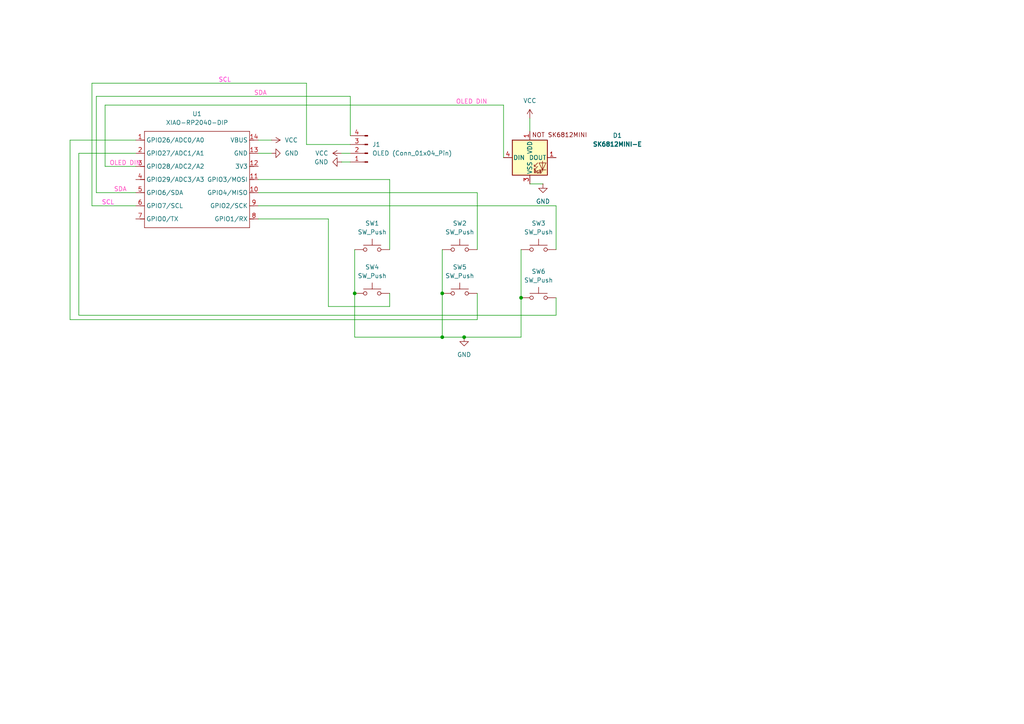
<source format=kicad_sch>
(kicad_sch
	(version 20250114)
	(generator "eeschema")
	(generator_version "9.0")
	(uuid "34ac237f-e703-424a-908a-fb0041e830b8")
	(paper "A4")
	(lib_symbols
		(symbol "Connector:Conn_01x04_Pin"
			(pin_names
				(offset 1.016)
				(hide yes)
			)
			(exclude_from_sim no)
			(in_bom yes)
			(on_board yes)
			(property "Reference" "J"
				(at 0 5.08 0)
				(effects
					(font
						(size 1.27 1.27)
					)
				)
			)
			(property "Value" "Conn_01x04_Pin"
				(at 0 -7.62 0)
				(effects
					(font
						(size 1.27 1.27)
					)
				)
			)
			(property "Footprint" ""
				(at 0 0 0)
				(effects
					(font
						(size 1.27 1.27)
					)
					(hide yes)
				)
			)
			(property "Datasheet" "~"
				(at 0 0 0)
				(effects
					(font
						(size 1.27 1.27)
					)
					(hide yes)
				)
			)
			(property "Description" "Generic connector, single row, 01x04, script generated"
				(at 0 0 0)
				(effects
					(font
						(size 1.27 1.27)
					)
					(hide yes)
				)
			)
			(property "ki_locked" ""
				(at 0 0 0)
				(effects
					(font
						(size 1.27 1.27)
					)
				)
			)
			(property "ki_keywords" "connector"
				(at 0 0 0)
				(effects
					(font
						(size 1.27 1.27)
					)
					(hide yes)
				)
			)
			(property "ki_fp_filters" "Connector*:*_1x??_*"
				(at 0 0 0)
				(effects
					(font
						(size 1.27 1.27)
					)
					(hide yes)
				)
			)
			(symbol "Conn_01x04_Pin_1_1"
				(rectangle
					(start 0.8636 2.667)
					(end 0 2.413)
					(stroke
						(width 0.1524)
						(type default)
					)
					(fill
						(type outline)
					)
				)
				(rectangle
					(start 0.8636 0.127)
					(end 0 -0.127)
					(stroke
						(width 0.1524)
						(type default)
					)
					(fill
						(type outline)
					)
				)
				(rectangle
					(start 0.8636 -2.413)
					(end 0 -2.667)
					(stroke
						(width 0.1524)
						(type default)
					)
					(fill
						(type outline)
					)
				)
				(rectangle
					(start 0.8636 -4.953)
					(end 0 -5.207)
					(stroke
						(width 0.1524)
						(type default)
					)
					(fill
						(type outline)
					)
				)
				(polyline
					(pts
						(xy 1.27 2.54) (xy 0.8636 2.54)
					)
					(stroke
						(width 0.1524)
						(type default)
					)
					(fill
						(type none)
					)
				)
				(polyline
					(pts
						(xy 1.27 0) (xy 0.8636 0)
					)
					(stroke
						(width 0.1524)
						(type default)
					)
					(fill
						(type none)
					)
				)
				(polyline
					(pts
						(xy 1.27 -2.54) (xy 0.8636 -2.54)
					)
					(stroke
						(width 0.1524)
						(type default)
					)
					(fill
						(type none)
					)
				)
				(polyline
					(pts
						(xy 1.27 -5.08) (xy 0.8636 -5.08)
					)
					(stroke
						(width 0.1524)
						(type default)
					)
					(fill
						(type none)
					)
				)
				(pin passive line
					(at 5.08 2.54 180)
					(length 3.81)
					(name "Pin_1"
						(effects
							(font
								(size 1.27 1.27)
							)
						)
					)
					(number "1"
						(effects
							(font
								(size 1.27 1.27)
							)
						)
					)
				)
				(pin passive line
					(at 5.08 0 180)
					(length 3.81)
					(name "Pin_2"
						(effects
							(font
								(size 1.27 1.27)
							)
						)
					)
					(number "2"
						(effects
							(font
								(size 1.27 1.27)
							)
						)
					)
				)
				(pin passive line
					(at 5.08 -2.54 180)
					(length 3.81)
					(name "Pin_3"
						(effects
							(font
								(size 1.27 1.27)
							)
						)
					)
					(number "3"
						(effects
							(font
								(size 1.27 1.27)
							)
						)
					)
				)
				(pin passive line
					(at 5.08 -5.08 180)
					(length 3.81)
					(name "Pin_4"
						(effects
							(font
								(size 1.27 1.27)
							)
						)
					)
					(number "4"
						(effects
							(font
								(size 1.27 1.27)
							)
						)
					)
				)
			)
			(embedded_fonts no)
		)
		(symbol "SK6812MINI-E:SK6812MINI-E"
			(pin_names
				(offset 0.254)
			)
			(exclude_from_sim no)
			(in_bom yes)
			(on_board yes)
			(property "Reference" "D"
				(at -3.556 5.842 0)
				(effects
					(font
						(size 1.27 1.27)
					)
					(justify right bottom)
				)
			)
			(property "Value" "SK6812MINI-E"
				(at 1.27 -5.715 0)
				(effects
					(font
						(size 1.27 1.27)
						(thickness 0.254)
						(bold yes)
					)
					(justify left top)
				)
			)
			(property "Footprint" "SK6812MINI-E - 3.2x2.8x1.78mm"
				(at 1.27 -7.62 0)
				(effects
					(font
						(size 1.27 1.27)
					)
					(justify left top)
					(hide yes)
				)
			)
			(property "Datasheet" "https://cdn-shop.adafruit.com/product-files/4960/4960_SK6812MINI-E_REV02_EN.pdf"
				(at 2.54 -9.525 0)
				(effects
					(font
						(size 1.27 1.27)
					)
					(justify left top)
					(hide yes)
				)
			)
			(property "Description" "RGB LED with integrated controller"
				(at 0 0 0)
				(effects
					(font
						(size 1.27 1.27)
					)
					(hide yes)
				)
			)
			(property "ki_keywords" "RGB LED NeoPixel Mini addressable"
				(at 0 0 0)
				(effects
					(font
						(size 1.27 1.27)
					)
					(hide yes)
				)
			)
			(property "ki_fp_filters" "LED*SK6812MINI*PLCC*3.5x3.5mm*P1.75mm*"
				(at 0 0 0)
				(effects
					(font
						(size 1.27 1.27)
					)
					(hide yes)
				)
			)
			(symbol "SK6812MINI-E_0_0"
				(text "RGB"
					(at 2.286 -4.191 0)
					(effects
						(font
							(size 0.762 0.762)
						)
					)
				)
			)
			(symbol "SK6812MINI-E_0_1"
				(rectangle
					(start -5.08 5.08)
					(end 5.08 -5.08)
					(stroke
						(width 0.254)
						(type default)
					)
					(fill
						(type background)
					)
				)
				(polyline
					(pts
						(xy 1.27 -2.54) (xy 1.778 -2.54)
					)
					(stroke
						(width 0)
						(type default)
					)
					(fill
						(type none)
					)
				)
				(polyline
					(pts
						(xy 1.27 -3.556) (xy 1.778 -3.556)
					)
					(stroke
						(width 0)
						(type default)
					)
					(fill
						(type none)
					)
				)
				(polyline
					(pts
						(xy 2.286 -1.524) (xy 1.27 -2.54) (xy 1.27 -2.032)
					)
					(stroke
						(width 0)
						(type default)
					)
					(fill
						(type none)
					)
				)
				(polyline
					(pts
						(xy 2.286 -2.54) (xy 1.27 -3.556) (xy 1.27 -3.048)
					)
					(stroke
						(width 0)
						(type default)
					)
					(fill
						(type none)
					)
				)
				(polyline
					(pts
						(xy 3.683 -1.016) (xy 3.683 -3.556) (xy 3.683 -4.064)
					)
					(stroke
						(width 0)
						(type default)
					)
					(fill
						(type none)
					)
				)
				(polyline
					(pts
						(xy 4.699 -1.524) (xy 2.667 -1.524) (xy 3.683 -3.556) (xy 4.699 -1.524)
					)
					(stroke
						(width 0)
						(type default)
					)
					(fill
						(type none)
					)
				)
				(polyline
					(pts
						(xy 4.699 -3.556) (xy 2.667 -3.556)
					)
					(stroke
						(width 0)
						(type default)
					)
					(fill
						(type none)
					)
				)
			)
			(symbol "SK6812MINI-E_1_1"
				(text "NOT SK6812MINI"
					(at 8.636 6.604 0)
					(effects
						(font
							(size 1.27 1.27)
						)
					)
				)
				(pin input line
					(at -7.62 0 0)
					(length 2.54)
					(name "DIN"
						(effects
							(font
								(size 1.27 1.27)
							)
						)
					)
					(number "4"
						(effects
							(font
								(size 1.27 1.27)
							)
						)
					)
				)
				(pin power_in line
					(at 0 7.62 270)
					(length 2.54)
					(name "VDD"
						(effects
							(font
								(size 1.27 1.27)
							)
						)
					)
					(number "1"
						(effects
							(font
								(size 1.27 1.27)
							)
						)
					)
				)
				(pin power_in line
					(at 0 -7.62 90)
					(length 2.54)
					(name "VSS"
						(effects
							(font
								(size 1.27 1.27)
							)
						)
					)
					(number "3"
						(effects
							(font
								(size 1.27 1.27)
							)
						)
					)
				)
				(pin output line
					(at 7.62 0 180)
					(length 2.54)
					(name "DOUT"
						(effects
							(font
								(size 1.27 1.27)
							)
						)
					)
					(number "1"
						(effects
							(font
								(size 1.27 1.27)
							)
						)
					)
				)
			)
			(embedded_fonts no)
		)
		(symbol "Seeed_Studio_XIAO_Series:XIAO-RP2040-DIP"
			(exclude_from_sim no)
			(in_bom yes)
			(on_board yes)
			(property "Reference" "U"
				(at 0 0 0)
				(effects
					(font
						(size 1.27 1.27)
					)
				)
			)
			(property "Value" "XIAO-RP2040-DIP"
				(at 5.334 -1.778 0)
				(effects
					(font
						(size 1.27 1.27)
					)
				)
			)
			(property "Footprint" "Module:MOUDLE14P-XIAO-DIP-SMD"
				(at 14.478 -32.258 0)
				(effects
					(font
						(size 1.27 1.27)
					)
					(hide yes)
				)
			)
			(property "Datasheet" ""
				(at 0 0 0)
				(effects
					(font
						(size 1.27 1.27)
					)
					(hide yes)
				)
			)
			(property "Description" ""
				(at 0 0 0)
				(effects
					(font
						(size 1.27 1.27)
					)
					(hide yes)
				)
			)
			(symbol "XIAO-RP2040-DIP_1_0"
				(polyline
					(pts
						(xy -1.27 -2.54) (xy 29.21 -2.54)
					)
					(stroke
						(width 0.1524)
						(type solid)
					)
					(fill
						(type none)
					)
				)
				(polyline
					(pts
						(xy -1.27 -5.08) (xy -2.54 -5.08)
					)
					(stroke
						(width 0.1524)
						(type solid)
					)
					(fill
						(type none)
					)
				)
				(polyline
					(pts
						(xy -1.27 -5.08) (xy -1.27 -2.54)
					)
					(stroke
						(width 0.1524)
						(type solid)
					)
					(fill
						(type none)
					)
				)
				(polyline
					(pts
						(xy -1.27 -8.89) (xy -2.54 -8.89)
					)
					(stroke
						(width 0.1524)
						(type solid)
					)
					(fill
						(type none)
					)
				)
				(polyline
					(pts
						(xy -1.27 -8.89) (xy -1.27 -5.08)
					)
					(stroke
						(width 0.1524)
						(type solid)
					)
					(fill
						(type none)
					)
				)
				(polyline
					(pts
						(xy -1.27 -12.7) (xy -2.54 -12.7)
					)
					(stroke
						(width 0.1524)
						(type solid)
					)
					(fill
						(type none)
					)
				)
				(polyline
					(pts
						(xy -1.27 -12.7) (xy -1.27 -8.89)
					)
					(stroke
						(width 0.1524)
						(type solid)
					)
					(fill
						(type none)
					)
				)
				(polyline
					(pts
						(xy -1.27 -16.51) (xy -2.54 -16.51)
					)
					(stroke
						(width 0.1524)
						(type solid)
					)
					(fill
						(type none)
					)
				)
				(polyline
					(pts
						(xy -1.27 -16.51) (xy -1.27 -12.7)
					)
					(stroke
						(width 0.1524)
						(type solid)
					)
					(fill
						(type none)
					)
				)
				(polyline
					(pts
						(xy -1.27 -20.32) (xy -2.54 -20.32)
					)
					(stroke
						(width 0.1524)
						(type solid)
					)
					(fill
						(type none)
					)
				)
				(polyline
					(pts
						(xy -1.27 -24.13) (xy -2.54 -24.13)
					)
					(stroke
						(width 0.1524)
						(type solid)
					)
					(fill
						(type none)
					)
				)
				(polyline
					(pts
						(xy -1.27 -27.94) (xy -2.54 -27.94)
					)
					(stroke
						(width 0.1524)
						(type solid)
					)
					(fill
						(type none)
					)
				)
				(polyline
					(pts
						(xy -1.27 -30.48) (xy -1.27 -16.51)
					)
					(stroke
						(width 0.1524)
						(type solid)
					)
					(fill
						(type none)
					)
				)
				(polyline
					(pts
						(xy 29.21 -2.54) (xy 29.21 -5.08)
					)
					(stroke
						(width 0.1524)
						(type solid)
					)
					(fill
						(type none)
					)
				)
				(polyline
					(pts
						(xy 29.21 -5.08) (xy 29.21 -8.89)
					)
					(stroke
						(width 0.1524)
						(type solid)
					)
					(fill
						(type none)
					)
				)
				(polyline
					(pts
						(xy 29.21 -8.89) (xy 29.21 -12.7)
					)
					(stroke
						(width 0.1524)
						(type solid)
					)
					(fill
						(type none)
					)
				)
				(polyline
					(pts
						(xy 29.21 -12.7) (xy 29.21 -30.48)
					)
					(stroke
						(width 0.1524)
						(type solid)
					)
					(fill
						(type none)
					)
				)
				(polyline
					(pts
						(xy 29.21 -30.48) (xy -1.27 -30.48)
					)
					(stroke
						(width 0.1524)
						(type solid)
					)
					(fill
						(type none)
					)
				)
				(polyline
					(pts
						(xy 30.48 -5.08) (xy 29.21 -5.08)
					)
					(stroke
						(width 0.1524)
						(type solid)
					)
					(fill
						(type none)
					)
				)
				(polyline
					(pts
						(xy 30.48 -8.89) (xy 29.21 -8.89)
					)
					(stroke
						(width 0.1524)
						(type solid)
					)
					(fill
						(type none)
					)
				)
				(polyline
					(pts
						(xy 30.48 -12.7) (xy 29.21 -12.7)
					)
					(stroke
						(width 0.1524)
						(type solid)
					)
					(fill
						(type none)
					)
				)
				(polyline
					(pts
						(xy 30.48 -16.51) (xy 29.21 -16.51)
					)
					(stroke
						(width 0.1524)
						(type solid)
					)
					(fill
						(type none)
					)
				)
				(polyline
					(pts
						(xy 30.48 -20.32) (xy 29.21 -20.32)
					)
					(stroke
						(width 0.1524)
						(type solid)
					)
					(fill
						(type none)
					)
				)
				(polyline
					(pts
						(xy 30.48 -24.13) (xy 29.21 -24.13)
					)
					(stroke
						(width 0.1524)
						(type solid)
					)
					(fill
						(type none)
					)
				)
				(polyline
					(pts
						(xy 30.48 -27.94) (xy 29.21 -27.94)
					)
					(stroke
						(width 0.1524)
						(type solid)
					)
					(fill
						(type none)
					)
				)
				(pin passive line
					(at -3.81 -5.08 0)
					(length 2.54)
					(name "GPIO26/ADC0/A0"
						(effects
							(font
								(size 1.27 1.27)
							)
						)
					)
					(number "1"
						(effects
							(font
								(size 1.27 1.27)
							)
						)
					)
				)
				(pin passive line
					(at -3.81 -8.89 0)
					(length 2.54)
					(name "GPIO27/ADC1/A1"
						(effects
							(font
								(size 1.27 1.27)
							)
						)
					)
					(number "2"
						(effects
							(font
								(size 1.27 1.27)
							)
						)
					)
				)
				(pin passive line
					(at -3.81 -12.7 0)
					(length 2.54)
					(name "GPIO28/ADC2/A2"
						(effects
							(font
								(size 1.27 1.27)
							)
						)
					)
					(number "3"
						(effects
							(font
								(size 1.27 1.27)
							)
						)
					)
				)
				(pin passive line
					(at -3.81 -16.51 0)
					(length 2.54)
					(name "GPIO29/ADC3/A3"
						(effects
							(font
								(size 1.27 1.27)
							)
						)
					)
					(number "4"
						(effects
							(font
								(size 1.27 1.27)
							)
						)
					)
				)
				(pin passive line
					(at -3.81 -20.32 0)
					(length 2.54)
					(name "GPIO6/SDA"
						(effects
							(font
								(size 1.27 1.27)
							)
						)
					)
					(number "5"
						(effects
							(font
								(size 1.27 1.27)
							)
						)
					)
				)
				(pin passive line
					(at -3.81 -24.13 0)
					(length 2.54)
					(name "GPIO7/SCL"
						(effects
							(font
								(size 1.27 1.27)
							)
						)
					)
					(number "6"
						(effects
							(font
								(size 1.27 1.27)
							)
						)
					)
				)
				(pin passive line
					(at -3.81 -27.94 0)
					(length 2.54)
					(name "GPIO0/TX"
						(effects
							(font
								(size 1.27 1.27)
							)
						)
					)
					(number "7"
						(effects
							(font
								(size 1.27 1.27)
							)
						)
					)
				)
				(pin passive line
					(at 31.75 -5.08 180)
					(length 2.54)
					(name "VBUS"
						(effects
							(font
								(size 1.27 1.27)
							)
						)
					)
					(number "14"
						(effects
							(font
								(size 1.27 1.27)
							)
						)
					)
				)
				(pin passive line
					(at 31.75 -8.89 180)
					(length 2.54)
					(name "GND"
						(effects
							(font
								(size 1.27 1.27)
							)
						)
					)
					(number "13"
						(effects
							(font
								(size 1.27 1.27)
							)
						)
					)
				)
				(pin passive line
					(at 31.75 -12.7 180)
					(length 2.54)
					(name "3V3"
						(effects
							(font
								(size 1.27 1.27)
							)
						)
					)
					(number "12"
						(effects
							(font
								(size 1.27 1.27)
							)
						)
					)
				)
				(pin passive line
					(at 31.75 -16.51 180)
					(length 2.54)
					(name "GPIO3/MOSI"
						(effects
							(font
								(size 1.27 1.27)
							)
						)
					)
					(number "11"
						(effects
							(font
								(size 1.27 1.27)
							)
						)
					)
				)
				(pin passive line
					(at 31.75 -20.32 180)
					(length 2.54)
					(name "GPIO4/MISO"
						(effects
							(font
								(size 1.27 1.27)
							)
						)
					)
					(number "10"
						(effects
							(font
								(size 1.27 1.27)
							)
						)
					)
				)
				(pin passive line
					(at 31.75 -24.13 180)
					(length 2.54)
					(name "GPIO2/SCK"
						(effects
							(font
								(size 1.27 1.27)
							)
						)
					)
					(number "9"
						(effects
							(font
								(size 1.27 1.27)
							)
						)
					)
				)
				(pin passive line
					(at 31.75 -27.94 180)
					(length 2.54)
					(name "GPIO1/RX"
						(effects
							(font
								(size 1.27 1.27)
							)
						)
					)
					(number "8"
						(effects
							(font
								(size 1.27 1.27)
							)
						)
					)
				)
			)
			(embedded_fonts no)
		)
		(symbol "Switch:SW_Push"
			(pin_numbers
				(hide yes)
			)
			(pin_names
				(offset 1.016)
				(hide yes)
			)
			(exclude_from_sim no)
			(in_bom yes)
			(on_board yes)
			(property "Reference" "SW"
				(at 1.27 2.54 0)
				(effects
					(font
						(size 1.27 1.27)
					)
					(justify left)
				)
			)
			(property "Value" "SW_Push"
				(at 0 -1.524 0)
				(effects
					(font
						(size 1.27 1.27)
					)
				)
			)
			(property "Footprint" ""
				(at 0 5.08 0)
				(effects
					(font
						(size 1.27 1.27)
					)
					(hide yes)
				)
			)
			(property "Datasheet" "~"
				(at 0 5.08 0)
				(effects
					(font
						(size 1.27 1.27)
					)
					(hide yes)
				)
			)
			(property "Description" "Push button switch, generic, two pins"
				(at 0 0 0)
				(effects
					(font
						(size 1.27 1.27)
					)
					(hide yes)
				)
			)
			(property "ki_keywords" "switch normally-open pushbutton push-button"
				(at 0 0 0)
				(effects
					(font
						(size 1.27 1.27)
					)
					(hide yes)
				)
			)
			(symbol "SW_Push_0_1"
				(circle
					(center -2.032 0)
					(radius 0.508)
					(stroke
						(width 0)
						(type default)
					)
					(fill
						(type none)
					)
				)
				(polyline
					(pts
						(xy 0 1.27) (xy 0 3.048)
					)
					(stroke
						(width 0)
						(type default)
					)
					(fill
						(type none)
					)
				)
				(circle
					(center 2.032 0)
					(radius 0.508)
					(stroke
						(width 0)
						(type default)
					)
					(fill
						(type none)
					)
				)
				(polyline
					(pts
						(xy 2.54 1.27) (xy -2.54 1.27)
					)
					(stroke
						(width 0)
						(type default)
					)
					(fill
						(type none)
					)
				)
				(pin passive line
					(at -5.08 0 0)
					(length 2.54)
					(name "1"
						(effects
							(font
								(size 1.27 1.27)
							)
						)
					)
					(number "1"
						(effects
							(font
								(size 1.27 1.27)
							)
						)
					)
				)
				(pin passive line
					(at 5.08 0 180)
					(length 2.54)
					(name "2"
						(effects
							(font
								(size 1.27 1.27)
							)
						)
					)
					(number "2"
						(effects
							(font
								(size 1.27 1.27)
							)
						)
					)
				)
			)
			(embedded_fonts no)
		)
		(symbol "power:GND"
			(power)
			(pin_numbers
				(hide yes)
			)
			(pin_names
				(offset 0)
				(hide yes)
			)
			(exclude_from_sim no)
			(in_bom yes)
			(on_board yes)
			(property "Reference" "#PWR"
				(at 0 -6.35 0)
				(effects
					(font
						(size 1.27 1.27)
					)
					(hide yes)
				)
			)
			(property "Value" "GND"
				(at 0 -3.81 0)
				(effects
					(font
						(size 1.27 1.27)
					)
				)
			)
			(property "Footprint" ""
				(at 0 0 0)
				(effects
					(font
						(size 1.27 1.27)
					)
					(hide yes)
				)
			)
			(property "Datasheet" ""
				(at 0 0 0)
				(effects
					(font
						(size 1.27 1.27)
					)
					(hide yes)
				)
			)
			(property "Description" "Power symbol creates a global label with name \"GND\" , ground"
				(at 0 0 0)
				(effects
					(font
						(size 1.27 1.27)
					)
					(hide yes)
				)
			)
			(property "ki_keywords" "global power"
				(at 0 0 0)
				(effects
					(font
						(size 1.27 1.27)
					)
					(hide yes)
				)
			)
			(symbol "GND_0_1"
				(polyline
					(pts
						(xy 0 0) (xy 0 -1.27) (xy 1.27 -1.27) (xy 0 -2.54) (xy -1.27 -1.27) (xy 0 -1.27)
					)
					(stroke
						(width 0)
						(type default)
					)
					(fill
						(type none)
					)
				)
			)
			(symbol "GND_1_1"
				(pin power_in line
					(at 0 0 270)
					(length 0)
					(name "~"
						(effects
							(font
								(size 1.27 1.27)
							)
						)
					)
					(number "1"
						(effects
							(font
								(size 1.27 1.27)
							)
						)
					)
				)
			)
			(embedded_fonts no)
		)
		(symbol "power:VCC"
			(power)
			(pin_numbers
				(hide yes)
			)
			(pin_names
				(offset 0)
				(hide yes)
			)
			(exclude_from_sim no)
			(in_bom yes)
			(on_board yes)
			(property "Reference" "#PWR"
				(at 0 -3.81 0)
				(effects
					(font
						(size 1.27 1.27)
					)
					(hide yes)
				)
			)
			(property "Value" "VCC"
				(at 0 3.556 0)
				(effects
					(font
						(size 1.27 1.27)
					)
				)
			)
			(property "Footprint" ""
				(at 0 0 0)
				(effects
					(font
						(size 1.27 1.27)
					)
					(hide yes)
				)
			)
			(property "Datasheet" ""
				(at 0 0 0)
				(effects
					(font
						(size 1.27 1.27)
					)
					(hide yes)
				)
			)
			(property "Description" "Power symbol creates a global label with name \"VCC\""
				(at 0 0 0)
				(effects
					(font
						(size 1.27 1.27)
					)
					(hide yes)
				)
			)
			(property "ki_keywords" "global power"
				(at 0 0 0)
				(effects
					(font
						(size 1.27 1.27)
					)
					(hide yes)
				)
			)
			(symbol "VCC_0_1"
				(polyline
					(pts
						(xy -0.762 1.27) (xy 0 2.54)
					)
					(stroke
						(width 0)
						(type default)
					)
					(fill
						(type none)
					)
				)
				(polyline
					(pts
						(xy 0 2.54) (xy 0.762 1.27)
					)
					(stroke
						(width 0)
						(type default)
					)
					(fill
						(type none)
					)
				)
				(polyline
					(pts
						(xy 0 0) (xy 0 2.54)
					)
					(stroke
						(width 0)
						(type default)
					)
					(fill
						(type none)
					)
				)
			)
			(symbol "VCC_1_1"
				(pin power_in line
					(at 0 0 90)
					(length 0)
					(name "~"
						(effects
							(font
								(size 1.27 1.27)
							)
						)
					)
					(number "1"
						(effects
							(font
								(size 1.27 1.27)
							)
						)
					)
				)
			)
			(embedded_fonts no)
		)
	)
	(junction
		(at 102.87 85.09)
		(diameter 0)
		(color 0 0 0 0)
		(uuid "1c6907b2-c9a7-45a2-91fe-d5492f9d25e8")
	)
	(junction
		(at 128.27 97.79)
		(diameter 0)
		(color 0 0 0 0)
		(uuid "38bc09fa-df99-4b64-9fe7-d1e69bf0c84f")
	)
	(junction
		(at 134.62 97.79)
		(diameter 0)
		(color 0 0 0 0)
		(uuid "adb90fb4-04c1-41bc-9821-ef685d8e1dec")
	)
	(junction
		(at 128.27 85.09)
		(diameter 0)
		(color 0 0 0 0)
		(uuid "ef4a8a48-effd-4c9b-ae74-d383a5f00818")
	)
	(junction
		(at 151.13 86.36)
		(diameter 0)
		(color 0 0 0 0)
		(uuid "f5d4f6df-d522-4ff1-9d66-8766126b6c04")
	)
	(wire
		(pts
			(xy 99.06 44.45) (xy 101.6 44.45)
		)
		(stroke
			(width 0)
			(type default)
		)
		(uuid "07c5b6b7-04c5-459c-9e8b-4db3d2ee2d03")
	)
	(wire
		(pts
			(xy 95.25 63.5) (xy 95.25 88.9)
		)
		(stroke
			(width 0)
			(type default)
		)
		(uuid "0975237d-fdf9-4111-93e2-8833bff0928f")
	)
	(wire
		(pts
			(xy 27.94 55.88) (xy 27.94 27.94)
		)
		(stroke
			(width 0)
			(type default)
		)
		(uuid "0c17d3d3-698d-46f9-b379-b66a759971f0")
	)
	(wire
		(pts
			(xy 39.37 55.88) (xy 27.94 55.88)
		)
		(stroke
			(width 0)
			(type default)
		)
		(uuid "0dd45428-0418-4d88-b023-67a155a3fb29")
	)
	(wire
		(pts
			(xy 74.93 55.88) (xy 138.43 55.88)
		)
		(stroke
			(width 0)
			(type default)
		)
		(uuid "1409f27d-1434-44b2-990b-ba334fa3a682")
	)
	(wire
		(pts
			(xy 113.03 88.9) (xy 113.03 85.09)
		)
		(stroke
			(width 0)
			(type default)
		)
		(uuid "16693ead-12bd-41eb-b485-553a777169da")
	)
	(wire
		(pts
			(xy 95.25 88.9) (xy 113.03 88.9)
		)
		(stroke
			(width 0)
			(type default)
		)
		(uuid "1a517f40-c240-4af5-9b78-2181dd22bc4c")
	)
	(wire
		(pts
			(xy 26.67 59.69) (xy 39.37 59.69)
		)
		(stroke
			(width 0)
			(type default)
		)
		(uuid "1c2df07f-ec2c-4b3e-a6c7-4a18f8a2721e")
	)
	(wire
		(pts
			(xy 88.9 41.91) (xy 88.9 24.13)
		)
		(stroke
			(width 0)
			(type default)
		)
		(uuid "1e480203-40b0-49e0-87c4-d4c908998eb3")
	)
	(wire
		(pts
			(xy 102.87 85.09) (xy 102.87 97.79)
		)
		(stroke
			(width 0)
			(type default)
		)
		(uuid "21e01aee-82de-477c-8e26-933f4640d00c")
	)
	(wire
		(pts
			(xy 22.86 44.45) (xy 22.86 91.44)
		)
		(stroke
			(width 0)
			(type default)
		)
		(uuid "253ec000-9310-4f24-943b-cc8f4bf1b3b2")
	)
	(wire
		(pts
			(xy 134.62 97.79) (xy 128.27 97.79)
		)
		(stroke
			(width 0)
			(type default)
		)
		(uuid "3b342a83-6f26-4c98-a7b9-d35b83c67e5a")
	)
	(wire
		(pts
			(xy 161.29 59.69) (xy 74.93 59.69)
		)
		(stroke
			(width 0)
			(type default)
		)
		(uuid "4278affe-7245-45d6-8b97-00ec2ac465d0")
	)
	(wire
		(pts
			(xy 138.43 55.88) (xy 138.43 72.39)
		)
		(stroke
			(width 0)
			(type default)
		)
		(uuid "46021d99-0e0a-479e-8af1-124360836746")
	)
	(wire
		(pts
			(xy 74.93 63.5) (xy 95.25 63.5)
		)
		(stroke
			(width 0)
			(type default)
		)
		(uuid "48314fd5-0ad5-4e36-a06a-eb1a9279a056")
	)
	(wire
		(pts
			(xy 151.13 72.39) (xy 151.13 86.36)
		)
		(stroke
			(width 0)
			(type default)
		)
		(uuid "4b88c859-ddcd-4746-868d-c88271d845da")
	)
	(wire
		(pts
			(xy 161.29 91.44) (xy 161.29 86.36)
		)
		(stroke
			(width 0)
			(type default)
		)
		(uuid "50c2e329-2d94-4be2-b7d8-a8e72b5993a5")
	)
	(wire
		(pts
			(xy 20.32 40.64) (xy 39.37 40.64)
		)
		(stroke
			(width 0)
			(type default)
		)
		(uuid "52607b0d-82c1-4390-b717-41a13136ac5a")
	)
	(wire
		(pts
			(xy 128.27 72.39) (xy 128.27 85.09)
		)
		(stroke
			(width 0)
			(type default)
		)
		(uuid "560c69e4-ca39-4551-9d41-45c76beb438e")
	)
	(wire
		(pts
			(xy 20.32 92.71) (xy 20.32 40.64)
		)
		(stroke
			(width 0)
			(type default)
		)
		(uuid "56313098-db58-4415-ad65-ee0679ec6bb9")
	)
	(wire
		(pts
			(xy 101.6 27.94) (xy 101.6 39.37)
		)
		(stroke
			(width 0)
			(type default)
		)
		(uuid "5ca40155-dd47-457a-8ef3-7d9e93910a03")
	)
	(wire
		(pts
			(xy 88.9 24.13) (xy 26.67 24.13)
		)
		(stroke
			(width 0)
			(type default)
		)
		(uuid "5d6f0913-aad8-4aca-90f2-8b5e9de9bd62")
	)
	(wire
		(pts
			(xy 30.48 48.26) (xy 30.48 30.48)
		)
		(stroke
			(width 0)
			(type default)
		)
		(uuid "64c79faf-4b4e-48c1-845b-2fb9c5735870")
	)
	(wire
		(pts
			(xy 128.27 97.79) (xy 102.87 97.79)
		)
		(stroke
			(width 0)
			(type default)
		)
		(uuid "765317b1-96a0-4be2-81e0-fa191e93d999")
	)
	(wire
		(pts
			(xy 99.06 46.99) (xy 101.6 46.99)
		)
		(stroke
			(width 0)
			(type default)
		)
		(uuid "7894f618-08a1-423b-8388-d9d5813325e9")
	)
	(wire
		(pts
			(xy 27.94 27.94) (xy 101.6 27.94)
		)
		(stroke
			(width 0)
			(type default)
		)
		(uuid "7d17f42f-bbe2-4d7f-809d-bf5ba6ea3e7c")
	)
	(wire
		(pts
			(xy 39.37 48.26) (xy 30.48 48.26)
		)
		(stroke
			(width 0)
			(type default)
		)
		(uuid "8ae9fcba-457f-422b-a8e6-3020e723c90a")
	)
	(wire
		(pts
			(xy 153.67 53.34) (xy 157.48 53.34)
		)
		(stroke
			(width 0)
			(type default)
		)
		(uuid "9578ae16-2999-4ae5-9e2a-8a639f7f925a")
	)
	(wire
		(pts
			(xy 138.43 92.71) (xy 20.32 92.71)
		)
		(stroke
			(width 0)
			(type default)
		)
		(uuid "96c1b335-e6f7-4bac-b497-525a8addaa13")
	)
	(wire
		(pts
			(xy 113.03 72.39) (xy 113.03 52.07)
		)
		(stroke
			(width 0)
			(type default)
		)
		(uuid "99cb9f76-d2f6-4af2-a6f9-5bd848fc6555")
	)
	(wire
		(pts
			(xy 146.05 30.48) (xy 146.05 45.72)
		)
		(stroke
			(width 0)
			(type default)
		)
		(uuid "9ec59629-d630-4026-bff2-0ee6af2affe3")
	)
	(wire
		(pts
			(xy 113.03 52.07) (xy 74.93 52.07)
		)
		(stroke
			(width 0)
			(type default)
		)
		(uuid "a03f68a6-4d3f-494b-9a46-4b4de49a6e20")
	)
	(wire
		(pts
			(xy 151.13 97.79) (xy 134.62 97.79)
		)
		(stroke
			(width 0)
			(type default)
		)
		(uuid "a3f6d4fb-f6f7-4486-9877-b7c97d511106")
	)
	(wire
		(pts
			(xy 153.67 34.29) (xy 153.67 38.1)
		)
		(stroke
			(width 0)
			(type default)
		)
		(uuid "a939f2aa-e0ef-466d-9405-478d2ed19f46")
	)
	(wire
		(pts
			(xy 161.29 72.39) (xy 161.29 59.69)
		)
		(stroke
			(width 0)
			(type default)
		)
		(uuid "b1dd93d4-62b3-4836-9355-18a474a5b3db")
	)
	(wire
		(pts
			(xy 30.48 30.48) (xy 146.05 30.48)
		)
		(stroke
			(width 0)
			(type default)
		)
		(uuid "b8d1820e-f31f-4ce9-886d-4928af09a999")
	)
	(wire
		(pts
			(xy 39.37 44.45) (xy 22.86 44.45)
		)
		(stroke
			(width 0)
			(type default)
		)
		(uuid "b8e654bf-36e5-40a4-af85-8bcdef76e158")
	)
	(wire
		(pts
			(xy 101.6 41.91) (xy 88.9 41.91)
		)
		(stroke
			(width 0)
			(type default)
		)
		(uuid "bc4eab09-7015-4aa7-bd43-9b1056af4eaa")
	)
	(wire
		(pts
			(xy 102.87 72.39) (xy 102.87 85.09)
		)
		(stroke
			(width 0)
			(type default)
		)
		(uuid "c53aad03-b986-4988-879d-3111c2a864bd")
	)
	(wire
		(pts
			(xy 138.43 85.09) (xy 138.43 92.71)
		)
		(stroke
			(width 0)
			(type default)
		)
		(uuid "cc5c0977-5a82-4c1b-8c00-8bd046e0190c")
	)
	(wire
		(pts
			(xy 22.86 91.44) (xy 161.29 91.44)
		)
		(stroke
			(width 0)
			(type default)
		)
		(uuid "dd408ca0-7cfe-45d1-8076-1248b6e9a685")
	)
	(wire
		(pts
			(xy 128.27 85.09) (xy 128.27 97.79)
		)
		(stroke
			(width 0)
			(type default)
		)
		(uuid "ed31a295-7aaf-44aa-9eaa-133c31246baa")
	)
	(wire
		(pts
			(xy 26.67 24.13) (xy 26.67 59.69)
		)
		(stroke
			(width 0)
			(type default)
		)
		(uuid "f3813ce9-10b2-4959-8269-7dc363b764e3")
	)
	(wire
		(pts
			(xy 74.93 44.45) (xy 78.74 44.45)
		)
		(stroke
			(width 0)
			(type default)
		)
		(uuid "f7f6fc0d-051c-4de0-b0ac-3e8a355ae5bc")
	)
	(wire
		(pts
			(xy 151.13 86.36) (xy 151.13 97.79)
		)
		(stroke
			(width 0)
			(type default)
		)
		(uuid "fba352fc-6b82-4d04-a2c2-41e7b27ed020")
	)
	(wire
		(pts
			(xy 74.93 40.64) (xy 78.74 40.64)
		)
		(stroke
			(width 0)
			(type default)
		)
		(uuid "ff8a6463-0404-46a5-a46f-8ed3ab03e190")
	)
	(label "OLED DIN"
		(at 31.75 48.26 0)
		(effects
			(font
				(size 1.27 1.27)
				(color 255 64 187 1)
			)
			(justify left bottom)
		)
		(uuid "86776fe9-a046-4c6b-b496-3907199e3cce")
	)
	(label "SCL"
		(at 29.4807 59.69 0)
		(effects
			(font
				(size 1.27 1.27)
				(color 255 39 208 1)
			)
			(justify left bottom)
		)
		(uuid "89b8f509-554b-4bc8-b77d-e865bcd8435e")
	)
	(label "OLED DIN"
		(at 132.2151 30.48 0)
		(effects
			(font
				(size 1.27 1.27)
				(color 255 64 187 1)
			)
			(justify left bottom)
		)
		(uuid "99cbd288-516b-4fc5-8d1b-00eb45a04fd0")
	)
	(label "SDA"
		(at 33.0232 55.88 0)
		(effects
			(font
				(size 1.27 1.27)
				(color 255 64 187 1)
			)
			(justify left bottom)
		)
		(uuid "ae7ed27e-e0da-469d-9bf9-7688b31fac81")
	)
	(label "SCL"
		(at 63.3476 24.13 0)
		(effects
			(font
				(size 1.27 1.27)
				(color 255 39 208 1)
			)
			(justify left bottom)
		)
		(uuid "e13167f6-d5d0-4235-9afa-77346cbd35b9")
	)
	(label "SDA"
		(at 73.66 27.94 0)
		(effects
			(font
				(size 1.27 1.27)
				(color 255 64 187 1)
			)
			(justify left bottom)
		)
		(uuid "ff6992df-cb7c-4957-93cd-b137fc5a4d0f")
	)
	(symbol
		(lib_id "Switch:SW_Push")
		(at 107.95 72.39 0)
		(unit 1)
		(exclude_from_sim no)
		(in_bom yes)
		(on_board yes)
		(dnp no)
		(fields_autoplaced yes)
		(uuid "0048bb86-60ad-4038-8204-e26d36370fcf")
		(property "Reference" "SW1"
			(at 107.95 64.77 0)
			(effects
				(font
					(size 1.27 1.27)
				)
			)
		)
		(property "Value" "SW_Push"
			(at 107.95 67.31 0)
			(effects
				(font
					(size 1.27 1.27)
				)
			)
		)
		(property "Footprint" "Button_Switch_Keyboard:SW_Cherry_MX_1.00u_PCB"
			(at 107.95 67.31 0)
			(effects
				(font
					(size 1.27 1.27)
				)
				(hide yes)
			)
		)
		(property "Datasheet" "~"
			(at 107.95 67.31 0)
			(effects
				(font
					(size 1.27 1.27)
				)
				(hide yes)
			)
		)
		(property "Description" "Push button switch, generic, two pins"
			(at 107.95 72.39 0)
			(effects
				(font
					(size 1.27 1.27)
				)
				(hide yes)
			)
		)
		(pin "2"
			(uuid "e60adf54-b274-42d3-829f-53ea26e628e9")
		)
		(pin "1"
			(uuid "7545005c-f79a-4d49-bc51-23ccdd9524f8")
		)
		(instances
			(project ""
				(path "/34ac237f-e703-424a-908a-fb0041e830b8"
					(reference "SW1")
					(unit 1)
				)
			)
		)
	)
	(symbol
		(lib_id "Switch:SW_Push")
		(at 133.35 85.09 0)
		(unit 1)
		(exclude_from_sim no)
		(in_bom yes)
		(on_board yes)
		(dnp no)
		(fields_autoplaced yes)
		(uuid "0880aaf3-be88-4bf1-9e1f-43d2f9cb4871")
		(property "Reference" "SW5"
			(at 133.35 77.47 0)
			(effects
				(font
					(size 1.27 1.27)
				)
			)
		)
		(property "Value" "SW_Push"
			(at 133.35 80.01 0)
			(effects
				(font
					(size 1.27 1.27)
				)
			)
		)
		(property "Footprint" "Button_Switch_Keyboard:SW_Cherry_MX_1.00u_PCB"
			(at 133.35 80.01 0)
			(effects
				(font
					(size 1.27 1.27)
				)
				(hide yes)
			)
		)
		(property "Datasheet" "~"
			(at 133.35 80.01 0)
			(effects
				(font
					(size 1.27 1.27)
				)
				(hide yes)
			)
		)
		(property "Description" "Push button switch, generic, two pins"
			(at 133.35 85.09 0)
			(effects
				(font
					(size 1.27 1.27)
				)
				(hide yes)
			)
		)
		(pin "2"
			(uuid "e60adf54-b274-42d3-829f-53ea26e628ea")
		)
		(pin "1"
			(uuid "7545005c-f79a-4d49-bc51-23ccdd9524f9")
		)
		(instances
			(project ""
				(path "/34ac237f-e703-424a-908a-fb0041e830b8"
					(reference "SW5")
					(unit 1)
				)
			)
		)
	)
	(symbol
		(lib_id "Switch:SW_Push")
		(at 156.21 72.39 0)
		(unit 1)
		(exclude_from_sim no)
		(in_bom yes)
		(on_board yes)
		(dnp no)
		(fields_autoplaced yes)
		(uuid "1f41fc2b-c0fb-4826-9f18-8d6de079298b")
		(property "Reference" "SW3"
			(at 156.21 64.77 0)
			(effects
				(font
					(size 1.27 1.27)
				)
			)
		)
		(property "Value" "SW_Push"
			(at 156.21 67.31 0)
			(effects
				(font
					(size 1.27 1.27)
				)
			)
		)
		(property "Footprint" "Button_Switch_Keyboard:SW_Cherry_MX_1.00u_PCB"
			(at 156.21 67.31 0)
			(effects
				(font
					(size 1.27 1.27)
				)
				(hide yes)
			)
		)
		(property "Datasheet" "~"
			(at 156.21 67.31 0)
			(effects
				(font
					(size 1.27 1.27)
				)
				(hide yes)
			)
		)
		(property "Description" "Push button switch, generic, two pins"
			(at 156.21 72.39 0)
			(effects
				(font
					(size 1.27 1.27)
				)
				(hide yes)
			)
		)
		(pin "2"
			(uuid "e60adf54-b274-42d3-829f-53ea26e628eb")
		)
		(pin "1"
			(uuid "7545005c-f79a-4d49-bc51-23ccdd9524fa")
		)
		(instances
			(project ""
				(path "/34ac237f-e703-424a-908a-fb0041e830b8"
					(reference "SW3")
					(unit 1)
				)
			)
		)
	)
	(symbol
		(lib_id "power:GND")
		(at 134.62 97.79 0)
		(unit 1)
		(exclude_from_sim no)
		(in_bom yes)
		(on_board yes)
		(dnp no)
		(fields_autoplaced yes)
		(uuid "2bd83f33-3f40-4e95-9eb4-04883192be3c")
		(property "Reference" "#PWR01"
			(at 134.62 104.14 0)
			(effects
				(font
					(size 1.27 1.27)
				)
				(hide yes)
			)
		)
		(property "Value" "GND"
			(at 134.62 102.87 0)
			(effects
				(font
					(size 1.27 1.27)
				)
			)
		)
		(property "Footprint" ""
			(at 134.62 97.79 0)
			(effects
				(font
					(size 1.27 1.27)
				)
				(hide yes)
			)
		)
		(property "Datasheet" ""
			(at 134.62 97.79 0)
			(effects
				(font
					(size 1.27 1.27)
				)
				(hide yes)
			)
		)
		(property "Description" "Power symbol creates a global label with name \"GND\" , ground"
			(at 134.62 97.79 0)
			(effects
				(font
					(size 1.27 1.27)
				)
				(hide yes)
			)
		)
		(pin "1"
			(uuid "06eb770a-01c3-4789-b2cc-130e9ab7c0ae")
		)
		(instances
			(project ""
				(path "/34ac237f-e703-424a-908a-fb0041e830b8"
					(reference "#PWR01")
					(unit 1)
				)
			)
		)
	)
	(symbol
		(lib_id "power:VCC")
		(at 78.74 40.64 270)
		(unit 1)
		(exclude_from_sim no)
		(in_bom yes)
		(on_board yes)
		(dnp no)
		(fields_autoplaced yes)
		(uuid "2fb857f0-e461-43f1-a8a6-f544940c6164")
		(property "Reference" "#PWR04"
			(at 74.93 40.64 0)
			(effects
				(font
					(size 1.27 1.27)
				)
				(hide yes)
			)
		)
		(property "Value" "VCC"
			(at 82.55 40.6399 90)
			(effects
				(font
					(size 1.27 1.27)
				)
				(justify left)
			)
		)
		(property "Footprint" ""
			(at 78.74 40.64 0)
			(effects
				(font
					(size 1.27 1.27)
				)
				(hide yes)
			)
		)
		(property "Datasheet" ""
			(at 78.74 40.64 0)
			(effects
				(font
					(size 1.27 1.27)
				)
				(hide yes)
			)
		)
		(property "Description" "Power symbol creates a global label with name \"VCC\""
			(at 78.74 40.64 0)
			(effects
				(font
					(size 1.27 1.27)
				)
				(hide yes)
			)
		)
		(pin "1"
			(uuid "b855388e-20d8-4827-9eb4-cf066c56b125")
		)
		(instances
			(project ""
				(path "/34ac237f-e703-424a-908a-fb0041e830b8"
					(reference "#PWR04")
					(unit 1)
				)
			)
		)
	)
	(symbol
		(lib_id "SK6812MINI-E:SK6812MINI-E")
		(at 153.67 45.72 0)
		(unit 1)
		(exclude_from_sim no)
		(in_bom yes)
		(on_board yes)
		(dnp no)
		(fields_autoplaced yes)
		(uuid "3efa962b-c3b7-439d-b2eb-45cc6e41d913")
		(property "Reference" "D1"
			(at 179.07 39.2998 0)
			(effects
				(font
					(size 1.27 1.27)
				)
			)
		)
		(property "Value" "SK6812MINI-E"
			(at 179.07 41.8399 0)
			(effects
				(font
					(size 1.27 1.27)
					(thickness 0.254)
					(bold yes)
				)
			)
		)
		(property "Footprint" "footprints:SK6812MINI-E_fixed"
			(at 154.94 53.34 0)
			(effects
				(font
					(size 1.27 1.27)
				)
				(justify left top)
				(hide yes)
			)
		)
		(property "Datasheet" "https://cdn-shop.adafruit.com/product-files/4960/4960_SK6812MINI-E_REV02_EN.pdf"
			(at 156.21 55.245 0)
			(effects
				(font
					(size 1.27 1.27)
				)
				(justify left top)
				(hide yes)
			)
		)
		(property "Description" "RGB LED with integrated controller"
			(at 153.67 45.72 0)
			(effects
				(font
					(size 1.27 1.27)
				)
				(hide yes)
			)
		)
		(pin "4"
			(uuid "b0026151-5c72-42cd-a04c-c4f48b513078")
		)
		(pin "1"
			(uuid "9fd283e3-0f21-4a46-b539-f3a3884bb272")
		)
		(pin "3"
			(uuid "564e30c8-c385-47fc-837e-5e47287b5841")
		)
		(pin "1"
			(uuid "8ebafa22-28fd-4b41-8dba-d371621e34c5")
		)
		(instances
			(project ""
				(path "/34ac237f-e703-424a-908a-fb0041e830b8"
					(reference "D1")
					(unit 1)
				)
			)
		)
	)
	(symbol
		(lib_id "Switch:SW_Push")
		(at 107.95 85.09 0)
		(unit 1)
		(exclude_from_sim no)
		(in_bom yes)
		(on_board yes)
		(dnp no)
		(fields_autoplaced yes)
		(uuid "45bcb54a-c3b2-4f82-8a02-2112da643900")
		(property "Reference" "SW4"
			(at 107.95 77.47 0)
			(effects
				(font
					(size 1.27 1.27)
				)
			)
		)
		(property "Value" "SW_Push"
			(at 107.95 80.01 0)
			(effects
				(font
					(size 1.27 1.27)
				)
			)
		)
		(property "Footprint" "Button_Switch_Keyboard:SW_Cherry_MX_1.00u_PCB"
			(at 107.95 80.01 0)
			(effects
				(font
					(size 1.27 1.27)
				)
				(hide yes)
			)
		)
		(property "Datasheet" "~"
			(at 107.95 80.01 0)
			(effects
				(font
					(size 1.27 1.27)
				)
				(hide yes)
			)
		)
		(property "Description" "Push button switch, generic, two pins"
			(at 107.95 85.09 0)
			(effects
				(font
					(size 1.27 1.27)
				)
				(hide yes)
			)
		)
		(pin "2"
			(uuid "e60adf54-b274-42d3-829f-53ea26e628ec")
		)
		(pin "1"
			(uuid "7545005c-f79a-4d49-bc51-23ccdd9524fb")
		)
		(instances
			(project ""
				(path "/34ac237f-e703-424a-908a-fb0041e830b8"
					(reference "SW4")
					(unit 1)
				)
			)
		)
	)
	(symbol
		(lib_id "power:VCC")
		(at 153.67 34.29 0)
		(unit 1)
		(exclude_from_sim no)
		(in_bom yes)
		(on_board yes)
		(dnp no)
		(fields_autoplaced yes)
		(uuid "52aa5a60-ebb9-477e-b42e-817f04bee5ef")
		(property "Reference" "#PWR06"
			(at 153.67 38.1 0)
			(effects
				(font
					(size 1.27 1.27)
				)
				(hide yes)
			)
		)
		(property "Value" "VCC"
			(at 153.67 29.21 0)
			(effects
				(font
					(size 1.27 1.27)
				)
			)
		)
		(property "Footprint" ""
			(at 153.67 34.29 0)
			(effects
				(font
					(size 1.27 1.27)
				)
				(hide yes)
			)
		)
		(property "Datasheet" ""
			(at 153.67 34.29 0)
			(effects
				(font
					(size 1.27 1.27)
				)
				(hide yes)
			)
		)
		(property "Description" "Power symbol creates a global label with name \"VCC\""
			(at 153.67 34.29 0)
			(effects
				(font
					(size 1.27 1.27)
				)
				(hide yes)
			)
		)
		(pin "1"
			(uuid "2b55b231-4613-41c3-a580-ce04857ba790")
		)
		(instances
			(project ""
				(path "/34ac237f-e703-424a-908a-fb0041e830b8"
					(reference "#PWR06")
					(unit 1)
				)
			)
		)
	)
	(symbol
		(lib_id "Switch:SW_Push")
		(at 133.35 72.39 0)
		(unit 1)
		(exclude_from_sim no)
		(in_bom yes)
		(on_board yes)
		(dnp no)
		(fields_autoplaced yes)
		(uuid "934e13e7-dbe8-4e54-922c-d875ff08b5c8")
		(property "Reference" "SW2"
			(at 133.35 64.77 0)
			(effects
				(font
					(size 1.27 1.27)
				)
			)
		)
		(property "Value" "SW_Push"
			(at 133.35 67.31 0)
			(effects
				(font
					(size 1.27 1.27)
				)
			)
		)
		(property "Footprint" "Button_Switch_Keyboard:SW_Cherry_MX_1.00u_PCB"
			(at 133.35 67.31 0)
			(effects
				(font
					(size 1.27 1.27)
				)
				(hide yes)
			)
		)
		(property "Datasheet" "~"
			(at 133.35 67.31 0)
			(effects
				(font
					(size 1.27 1.27)
				)
				(hide yes)
			)
		)
		(property "Description" "Push button switch, generic, two pins"
			(at 133.35 72.39 0)
			(effects
				(font
					(size 1.27 1.27)
				)
				(hide yes)
			)
		)
		(pin "2"
			(uuid "e60adf54-b274-42d3-829f-53ea26e628ed")
		)
		(pin "1"
			(uuid "7545005c-f79a-4d49-bc51-23ccdd9524fc")
		)
		(instances
			(project ""
				(path "/34ac237f-e703-424a-908a-fb0041e830b8"
					(reference "SW2")
					(unit 1)
				)
			)
		)
	)
	(symbol
		(lib_id "Seeed_Studio_XIAO_Series:XIAO-RP2040-DIP")
		(at 43.18 35.56 0)
		(unit 1)
		(exclude_from_sim no)
		(in_bom yes)
		(on_board yes)
		(dnp no)
		(fields_autoplaced yes)
		(uuid "93797a23-ead7-456c-a019-394e08261971")
		(property "Reference" "U1"
			(at 57.15 33.02 0)
			(effects
				(font
					(size 1.27 1.27)
				)
			)
		)
		(property "Value" "XIAO-RP2040-DIP"
			(at 57.15 35.56 0)
			(effects
				(font
					(size 1.27 1.27)
				)
			)
		)
		(property "Footprint" "footprints:XIAO-Generic-Hybrid-14P-2.54-21X17.8MM"
			(at 57.658 67.818 0)
			(effects
				(font
					(size 1.27 1.27)
				)
				(hide yes)
			)
		)
		(property "Datasheet" ""
			(at 43.18 35.56 0)
			(effects
				(font
					(size 1.27 1.27)
				)
				(hide yes)
			)
		)
		(property "Description" ""
			(at 43.18 35.56 0)
			(effects
				(font
					(size 1.27 1.27)
				)
				(hide yes)
			)
		)
		(pin "5"
			(uuid "ffe0739a-1a24-4d5d-81ab-c1b1dcfc4118")
		)
		(pin "13"
			(uuid "d14d8ed1-90df-46f3-b9bb-6262a3fc6b53")
		)
		(pin "11"
			(uuid "7b348ece-0cbd-4761-89da-8e4f843835bb")
		)
		(pin "1"
			(uuid "c7b8e45e-08cf-40bf-9cd1-9c360f778f5a")
		)
		(pin "3"
			(uuid "ba309947-69cf-45c1-b222-69b928a12146")
		)
		(pin "4"
			(uuid "a7283f81-0545-4d06-92c2-27ce3ed8c4f9")
		)
		(pin "7"
			(uuid "b91dd2ff-2a32-4515-b84b-dedfbdaee60a")
		)
		(pin "2"
			(uuid "28da0611-916a-4978-8bae-a323cdd72027")
		)
		(pin "14"
			(uuid "2f986e53-bf3c-4c34-a620-5b190c7da86f")
		)
		(pin "6"
			(uuid "f017f648-4e6e-4f83-bc8f-58376c4b6201")
		)
		(pin "12"
			(uuid "9617e434-f622-4a5f-b388-efc18edb5f16")
		)
		(pin "10"
			(uuid "f662d793-6cd4-42b7-b706-e03b83090c1f")
		)
		(pin "9"
			(uuid "129892da-af87-4072-9f02-038fbf027410")
		)
		(pin "8"
			(uuid "8532632b-aa03-4941-971f-487e4bcb44bb")
		)
		(instances
			(project ""
				(path "/34ac237f-e703-424a-908a-fb0041e830b8"
					(reference "U1")
					(unit 1)
				)
			)
		)
	)
	(symbol
		(lib_id "power:VCC")
		(at 99.06 44.45 90)
		(unit 1)
		(exclude_from_sim no)
		(in_bom yes)
		(on_board yes)
		(dnp no)
		(fields_autoplaced yes)
		(uuid "a2a0cecf-ac45-4b63-b32b-7f79f8739a46")
		(property "Reference" "#PWR05"
			(at 102.87 44.45 0)
			(effects
				(font
					(size 1.27 1.27)
				)
				(hide yes)
			)
		)
		(property "Value" "VCC"
			(at 95.25 44.4499 90)
			(effects
				(font
					(size 1.27 1.27)
				)
				(justify left)
			)
		)
		(property "Footprint" ""
			(at 99.06 44.45 0)
			(effects
				(font
					(size 1.27 1.27)
				)
				(hide yes)
			)
		)
		(property "Datasheet" ""
			(at 99.06 44.45 0)
			(effects
				(font
					(size 1.27 1.27)
				)
				(hide yes)
			)
		)
		(property "Description" "Power symbol creates a global label with name \"VCC\""
			(at 99.06 44.45 0)
			(effects
				(font
					(size 1.27 1.27)
				)
				(hide yes)
			)
		)
		(pin "1"
			(uuid "b855388e-20d8-4827-9eb4-cf066c56b126")
		)
		(instances
			(project ""
				(path "/34ac237f-e703-424a-908a-fb0041e830b8"
					(reference "#PWR05")
					(unit 1)
				)
			)
		)
	)
	(symbol
		(lib_id "Switch:SW_Push")
		(at 156.21 86.36 0)
		(unit 1)
		(exclude_from_sim no)
		(in_bom yes)
		(on_board yes)
		(dnp no)
		(fields_autoplaced yes)
		(uuid "aef43857-c90f-4bc4-8135-4446d365e87a")
		(property "Reference" "SW6"
			(at 156.21 78.74 0)
			(effects
				(font
					(size 1.27 1.27)
				)
			)
		)
		(property "Value" "SW_Push"
			(at 156.21 81.28 0)
			(effects
				(font
					(size 1.27 1.27)
				)
			)
		)
		(property "Footprint" "Button_Switch_Keyboard:SW_Cherry_MX_1.00u_PCB"
			(at 156.21 81.28 0)
			(effects
				(font
					(size 1.27 1.27)
				)
				(hide yes)
			)
		)
		(property "Datasheet" "~"
			(at 156.21 81.28 0)
			(effects
				(font
					(size 1.27 1.27)
				)
				(hide yes)
			)
		)
		(property "Description" "Push button switch, generic, two pins"
			(at 156.21 86.36 0)
			(effects
				(font
					(size 1.27 1.27)
				)
				(hide yes)
			)
		)
		(pin "2"
			(uuid "e60adf54-b274-42d3-829f-53ea26e628ee")
		)
		(pin "1"
			(uuid "7545005c-f79a-4d49-bc51-23ccdd9524fd")
		)
		(instances
			(project ""
				(path "/34ac237f-e703-424a-908a-fb0041e830b8"
					(reference "SW6")
					(unit 1)
				)
			)
		)
	)
	(symbol
		(lib_id "power:GND")
		(at 78.74 44.45 90)
		(unit 1)
		(exclude_from_sim no)
		(in_bom yes)
		(on_board yes)
		(dnp no)
		(fields_autoplaced yes)
		(uuid "b25c802d-6eaa-4455-bc7f-79f2cad81f40")
		(property "Reference" "#PWR02"
			(at 85.09 44.45 0)
			(effects
				(font
					(size 1.27 1.27)
				)
				(hide yes)
			)
		)
		(property "Value" "GND"
			(at 82.55 44.4499 90)
			(effects
				(font
					(size 1.27 1.27)
				)
				(justify right)
			)
		)
		(property "Footprint" ""
			(at 78.74 44.45 0)
			(effects
				(font
					(size 1.27 1.27)
				)
				(hide yes)
			)
		)
		(property "Datasheet" ""
			(at 78.74 44.45 0)
			(effects
				(font
					(size 1.27 1.27)
				)
				(hide yes)
			)
		)
		(property "Description" "Power symbol creates a global label with name \"GND\" , ground"
			(at 78.74 44.45 0)
			(effects
				(font
					(size 1.27 1.27)
				)
				(hide yes)
			)
		)
		(pin "1"
			(uuid "06eb770a-01c3-4789-b2cc-130e9ab7c0af")
		)
		(instances
			(project ""
				(path "/34ac237f-e703-424a-908a-fb0041e830b8"
					(reference "#PWR02")
					(unit 1)
				)
			)
		)
	)
	(symbol
		(lib_id "power:GND")
		(at 99.06 46.99 270)
		(unit 1)
		(exclude_from_sim no)
		(in_bom yes)
		(on_board yes)
		(dnp no)
		(fields_autoplaced yes)
		(uuid "b6ee5283-37b9-471c-8e87-047a3b4853a8")
		(property "Reference" "#PWR03"
			(at 92.71 46.99 0)
			(effects
				(font
					(size 1.27 1.27)
				)
				(hide yes)
			)
		)
		(property "Value" "GND"
			(at 95.25 46.9899 90)
			(effects
				(font
					(size 1.27 1.27)
				)
				(justify right)
			)
		)
		(property "Footprint" ""
			(at 99.06 46.99 0)
			(effects
				(font
					(size 1.27 1.27)
				)
				(hide yes)
			)
		)
		(property "Datasheet" ""
			(at 99.06 46.99 0)
			(effects
				(font
					(size 1.27 1.27)
				)
				(hide yes)
			)
		)
		(property "Description" "Power symbol creates a global label with name \"GND\" , ground"
			(at 99.06 46.99 0)
			(effects
				(font
					(size 1.27 1.27)
				)
				(hide yes)
			)
		)
		(pin "1"
			(uuid "06eb770a-01c3-4789-b2cc-130e9ab7c0b0")
		)
		(instances
			(project ""
				(path "/34ac237f-e703-424a-908a-fb0041e830b8"
					(reference "#PWR03")
					(unit 1)
				)
			)
		)
	)
	(symbol
		(lib_id "power:GND")
		(at 157.48 53.34 0)
		(unit 1)
		(exclude_from_sim no)
		(in_bom yes)
		(on_board yes)
		(dnp no)
		(fields_autoplaced yes)
		(uuid "cdf0d3ae-ba22-4305-b694-0e5aeca39bc0")
		(property "Reference" "#PWR07"
			(at 157.48 59.69 0)
			(effects
				(font
					(size 1.27 1.27)
				)
				(hide yes)
			)
		)
		(property "Value" "GND"
			(at 157.48 58.42 0)
			(effects
				(font
					(size 1.27 1.27)
				)
			)
		)
		(property "Footprint" ""
			(at 157.48 53.34 0)
			(effects
				(font
					(size 1.27 1.27)
				)
				(hide yes)
			)
		)
		(property "Datasheet" ""
			(at 157.48 53.34 0)
			(effects
				(font
					(size 1.27 1.27)
				)
				(hide yes)
			)
		)
		(property "Description" "Power symbol creates a global label with name \"GND\" , ground"
			(at 157.48 53.34 0)
			(effects
				(font
					(size 1.27 1.27)
				)
				(hide yes)
			)
		)
		(pin "1"
			(uuid "4e6268e1-1006-4b82-b7ed-889b6ba279d7")
		)
		(instances
			(project ""
				(path "/34ac237f-e703-424a-908a-fb0041e830b8"
					(reference "#PWR07")
					(unit 1)
				)
			)
		)
	)
	(symbol
		(lib_id "Connector:Conn_01x04_Pin")
		(at 106.68 44.45 180)
		(unit 1)
		(exclude_from_sim no)
		(in_bom yes)
		(on_board yes)
		(dnp no)
		(fields_autoplaced yes)
		(uuid "f9e8e2c9-3da5-4b1a-a671-835f6a87a3ea")
		(property "Reference" "J1"
			(at 107.95 41.9099 0)
			(effects
				(font
					(size 1.27 1.27)
				)
				(justify right)
			)
		)
		(property "Value" "OLED (Conn_01x04_Pin)"
			(at 107.95 44.4499 0)
			(effects
				(font
					(size 1.27 1.27)
				)
				(justify right)
			)
		)
		(property "Footprint" "footprints:SSD1306-0.91-OLED-4pin-128x32"
			(at 106.68 44.45 0)
			(effects
				(font
					(size 1.27 1.27)
				)
				(hide yes)
			)
		)
		(property "Datasheet" "~"
			(at 106.68 44.45 0)
			(effects
				(font
					(size 1.27 1.27)
				)
				(hide yes)
			)
		)
		(property "Description" "Generic connector, single row, 01x04, script generated"
			(at 106.68 44.45 0)
			(effects
				(font
					(size 1.27 1.27)
				)
				(hide yes)
			)
		)
		(pin "1"
			(uuid "39d3bac7-e274-472a-8594-1fd6baed808e")
		)
		(pin "2"
			(uuid "d927f36d-b110-4587-b933-3b0f050a4d2c")
		)
		(pin "3"
			(uuid "8994d50f-671f-4474-bedc-6becbd11b20e")
		)
		(pin "4"
			(uuid "4ff96063-81df-4d69-8456-9ecd0644daaf")
		)
		(instances
			(project ""
				(path "/34ac237f-e703-424a-908a-fb0041e830b8"
					(reference "J1")
					(unit 1)
				)
			)
		)
	)
	(sheet_instances
		(path "/"
			(page "1")
		)
	)
	(embedded_fonts no)
)

</source>
